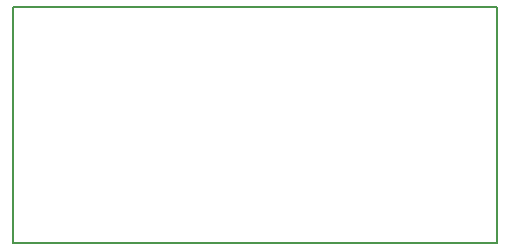
<source format=gbr>
G04 #@! TF.GenerationSoftware,KiCad,Pcbnew,5.0.2-bee76a0~70~ubuntu18.04.1*
G04 #@! TF.CreationDate,2019-08-19T17:02:48+02:00*
G04 #@! TF.ProjectId,differential_uart,64696666-6572-4656-9e74-69616c5f7561,rev?*
G04 #@! TF.SameCoordinates,Original*
G04 #@! TF.FileFunction,Profile,NP*
%FSLAX46Y46*%
G04 Gerber Fmt 4.6, Leading zero omitted, Abs format (unit mm)*
G04 Created by KiCad (PCBNEW 5.0.2-bee76a0~70~ubuntu18.04.1) date Mon 19 Aug 2019 05:02:48 PM CEST*
%MOMM*%
%LPD*%
G01*
G04 APERTURE LIST*
%ADD10C,0.150000*%
G04 APERTURE END LIST*
D10*
X0Y-20000000D02*
X0Y0D01*
X41000000Y-20000000D02*
X0Y-20000000D01*
X41000000Y0D02*
X41000000Y-20000000D01*
X0Y0D02*
X41000000Y0D01*
M02*

</source>
